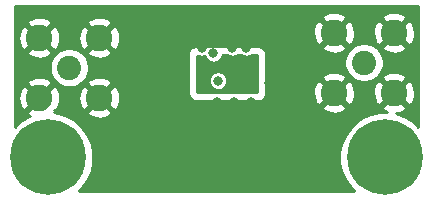
<source format=gbr>
G04 #@! TF.GenerationSoftware,KiCad,Pcbnew,5.1.4+dfsg1-1*
G04 #@! TF.CreationDate,2019-09-19T10:38:50+12:00*
G04 #@! TF.ProjectId,lna,6c6e612e-6b69-4636-9164-5f7063625858,rev?*
G04 #@! TF.SameCoordinates,Original*
G04 #@! TF.FileFunction,Copper,L3,Inr*
G04 #@! TF.FilePolarity,Positive*
%FSLAX46Y46*%
G04 Gerber Fmt 4.6, Leading zero omitted, Abs format (unit mm)*
G04 Created by KiCad (PCBNEW 5.1.4+dfsg1-1) date 2019-09-19 10:38:50*
%MOMM*%
%LPD*%
G04 APERTURE LIST*
%ADD10C,0.800000*%
%ADD11C,6.400000*%
%ADD12C,2.250000*%
%ADD13C,2.050000*%
%ADD14C,0.254000*%
G04 APERTURE END LIST*
D10*
X195697056Y-111802944D03*
X194000000Y-111100000D03*
X192302944Y-111802944D03*
X191600000Y-113500000D03*
X192302944Y-115197056D03*
X194000000Y-115900000D03*
X195697056Y-115197056D03*
X196400000Y-113500000D03*
D11*
X194000000Y-113500000D03*
D10*
X167200000Y-111800000D03*
X165502944Y-111097056D03*
X163805888Y-111800000D03*
X163102944Y-113497056D03*
X163805888Y-115194112D03*
X165502944Y-115897056D03*
X167200000Y-115194112D03*
X167902944Y-113497056D03*
D11*
X165502944Y-113497056D03*
D12*
X194790000Y-102935000D03*
X194790000Y-108015000D03*
X189710000Y-108015000D03*
X189710000Y-102935000D03*
D13*
X192250000Y-105475000D03*
D12*
X169840000Y-103360000D03*
X169840000Y-108440000D03*
X164760000Y-108440000D03*
X164760000Y-103360000D03*
D13*
X167300000Y-105900000D03*
D10*
X178700000Y-107000000D03*
X182500000Y-107400000D03*
X181200000Y-108800000D03*
X179900000Y-107000000D03*
X183900000Y-103800000D03*
X185500000Y-111200000D03*
X182900000Y-103500000D03*
X179900000Y-111600000D03*
X176800000Y-111600000D03*
X176900000Y-103500000D03*
X174300000Y-111600000D03*
X182900000Y-113700000D03*
X176900000Y-113700000D03*
X188025000Y-111200000D03*
X187900000Y-107200000D03*
X187900000Y-103800000D03*
X182900000Y-102400000D03*
X176900000Y-102400000D03*
X174300000Y-110100000D03*
X176900000Y-108800000D03*
X174300000Y-107200000D03*
X179800000Y-108800000D03*
X182700000Y-108800000D03*
X185500000Y-108600000D03*
X182700000Y-111200000D03*
X175700000Y-104500000D03*
X178500000Y-104200000D03*
X181100000Y-104200000D03*
X182300000Y-104200000D03*
X174300000Y-104700000D03*
X176900000Y-107200000D03*
X184200000Y-107200000D03*
X185500000Y-107200000D03*
X185500000Y-103500000D03*
X179499994Y-104699978D03*
X179900000Y-103500000D03*
X174300000Y-103500000D03*
X174300000Y-108600000D03*
X174300000Y-113700000D03*
X179900000Y-113700000D03*
X185500000Y-113700000D03*
X186700000Y-111200000D03*
X182900000Y-115000000D03*
X176900000Y-115000000D03*
X173100000Y-111600000D03*
X185500000Y-110100000D03*
X190275000Y-111200000D03*
X169700000Y-111600000D03*
X171700000Y-104400000D03*
X171700000Y-107200000D03*
X171100000Y-113700000D03*
X169700000Y-113700000D03*
X169700000Y-116000000D03*
X189600000Y-116000000D03*
X171100000Y-111600000D03*
X188000000Y-114025000D03*
X188000000Y-116000000D03*
X171100000Y-116000000D03*
X167400000Y-102500000D03*
X163100000Y-101100000D03*
X171400000Y-101100000D03*
X188200000Y-101100000D03*
X192300000Y-102000000D03*
X196500000Y-101100000D03*
X196500000Y-105500000D03*
X192300000Y-109700000D03*
X167400000Y-109900000D03*
X163100000Y-105900000D03*
X163100000Y-109900000D03*
X196500000Y-109700000D03*
D14*
G36*
X180730058Y-104892113D02*
G01*
X180872191Y-104950987D01*
X181023078Y-104981000D01*
X181176922Y-104981000D01*
X181327809Y-104950987D01*
X181469942Y-104892113D01*
X181567391Y-104827000D01*
X181832609Y-104827000D01*
X181930058Y-104892113D01*
X182072191Y-104950987D01*
X182223078Y-104981000D01*
X182376922Y-104981000D01*
X182527809Y-104950987D01*
X182669942Y-104892113D01*
X182767391Y-104827000D01*
X183161430Y-104827000D01*
X183184562Y-107973000D01*
X178138570Y-107973000D01*
X178130851Y-106923078D01*
X179119000Y-106923078D01*
X179119000Y-107076922D01*
X179149013Y-107227809D01*
X179207887Y-107369942D01*
X179293358Y-107497859D01*
X179402141Y-107606642D01*
X179530058Y-107692113D01*
X179672191Y-107750987D01*
X179823078Y-107781000D01*
X179976922Y-107781000D01*
X180127809Y-107750987D01*
X180269942Y-107692113D01*
X180397859Y-107606642D01*
X180506642Y-107497859D01*
X180592113Y-107369942D01*
X180650987Y-107227809D01*
X180681000Y-107076922D01*
X180681000Y-106923078D01*
X180650987Y-106772191D01*
X180592113Y-106630058D01*
X180506642Y-106502141D01*
X180397859Y-106393358D01*
X180269942Y-106307887D01*
X180127809Y-106249013D01*
X179976922Y-106219000D01*
X179823078Y-106219000D01*
X179672191Y-106249013D01*
X179530058Y-106307887D01*
X179402141Y-106393358D01*
X179293358Y-106502141D01*
X179207887Y-106630058D01*
X179149013Y-106772191D01*
X179119000Y-106923078D01*
X178130851Y-106923078D01*
X178115847Y-104882618D01*
X178130058Y-104892113D01*
X178272191Y-104950987D01*
X178423078Y-104981000D01*
X178576922Y-104981000D01*
X178727809Y-104950987D01*
X178754105Y-104940095D01*
X178807881Y-105069920D01*
X178893352Y-105197837D01*
X179002135Y-105306620D01*
X179130052Y-105392091D01*
X179272185Y-105450965D01*
X179423072Y-105480978D01*
X179576916Y-105480978D01*
X179727803Y-105450965D01*
X179869936Y-105392091D01*
X179997853Y-105306620D01*
X180106636Y-105197837D01*
X180192107Y-105069920D01*
X180250981Y-104927787D01*
X180271029Y-104827000D01*
X180632609Y-104827000D01*
X180730058Y-104892113D01*
X180730058Y-104892113D01*
G37*
X180730058Y-104892113D02*
X180872191Y-104950987D01*
X181023078Y-104981000D01*
X181176922Y-104981000D01*
X181327809Y-104950987D01*
X181469942Y-104892113D01*
X181567391Y-104827000D01*
X181832609Y-104827000D01*
X181930058Y-104892113D01*
X182072191Y-104950987D01*
X182223078Y-104981000D01*
X182376922Y-104981000D01*
X182527809Y-104950987D01*
X182669942Y-104892113D01*
X182767391Y-104827000D01*
X183161430Y-104827000D01*
X183184562Y-107973000D01*
X178138570Y-107973000D01*
X178130851Y-106923078D01*
X179119000Y-106923078D01*
X179119000Y-107076922D01*
X179149013Y-107227809D01*
X179207887Y-107369942D01*
X179293358Y-107497859D01*
X179402141Y-107606642D01*
X179530058Y-107692113D01*
X179672191Y-107750987D01*
X179823078Y-107781000D01*
X179976922Y-107781000D01*
X180127809Y-107750987D01*
X180269942Y-107692113D01*
X180397859Y-107606642D01*
X180506642Y-107497859D01*
X180592113Y-107369942D01*
X180650987Y-107227809D01*
X180681000Y-107076922D01*
X180681000Y-106923078D01*
X180650987Y-106772191D01*
X180592113Y-106630058D01*
X180506642Y-106502141D01*
X180397859Y-106393358D01*
X180269942Y-106307887D01*
X180127809Y-106249013D01*
X179976922Y-106219000D01*
X179823078Y-106219000D01*
X179672191Y-106249013D01*
X179530058Y-106307887D01*
X179402141Y-106393358D01*
X179293358Y-106502141D01*
X179207887Y-106630058D01*
X179149013Y-106772191D01*
X179119000Y-106923078D01*
X178130851Y-106923078D01*
X178115847Y-104882618D01*
X178130058Y-104892113D01*
X178272191Y-104950987D01*
X178423078Y-104981000D01*
X178576922Y-104981000D01*
X178727809Y-104950987D01*
X178754105Y-104940095D01*
X178807881Y-105069920D01*
X178893352Y-105197837D01*
X179002135Y-105306620D01*
X179130052Y-105392091D01*
X179272185Y-105450965D01*
X179423072Y-105480978D01*
X179576916Y-105480978D01*
X179727803Y-105450965D01*
X179869936Y-105392091D01*
X179997853Y-105306620D01*
X180106636Y-105197837D01*
X180192107Y-105069920D01*
X180250981Y-104927787D01*
X180271029Y-104827000D01*
X180632609Y-104827000D01*
X180730058Y-104892113D01*
G36*
X196840001Y-110916492D02*
G01*
X196444670Y-110521161D01*
X195816554Y-110101467D01*
X195118628Y-109812377D01*
X194920583Y-109772983D01*
X195191380Y-109737366D01*
X195519685Y-109625966D01*
X195724079Y-109516714D01*
X195834926Y-109239531D01*
X194790000Y-108194605D01*
X193745074Y-109239531D01*
X193855921Y-109516714D01*
X194156524Y-109665000D01*
X193622285Y-109665000D01*
X192881372Y-109812377D01*
X192183446Y-110101467D01*
X191555330Y-110521161D01*
X191021161Y-111055330D01*
X190601467Y-111683446D01*
X190312377Y-112381372D01*
X190165000Y-113122285D01*
X190165000Y-113877715D01*
X190312377Y-114618628D01*
X190601467Y-115316554D01*
X191021161Y-115944670D01*
X191416491Y-116340000D01*
X168083509Y-116340000D01*
X168481783Y-115941726D01*
X168901477Y-115313610D01*
X169190567Y-114615684D01*
X169337944Y-113874771D01*
X169337944Y-113119341D01*
X169190567Y-112378428D01*
X168901477Y-111680502D01*
X168481783Y-111052386D01*
X167947614Y-110518217D01*
X167319498Y-110098523D01*
X166621572Y-109809433D01*
X166012007Y-109688183D01*
X166035659Y-109664531D01*
X168795074Y-109664531D01*
X168905921Y-109941714D01*
X169216840Y-110095089D01*
X169551705Y-110184860D01*
X169897650Y-110207576D01*
X170241380Y-110162366D01*
X170569685Y-110050966D01*
X170774079Y-109941714D01*
X170884926Y-109664531D01*
X169840000Y-108619605D01*
X168795074Y-109664531D01*
X166035659Y-109664531D01*
X166099899Y-109600291D01*
X165984533Y-109484925D01*
X166261714Y-109374079D01*
X166415089Y-109063160D01*
X166504860Y-108728295D01*
X166520004Y-108497650D01*
X168072424Y-108497650D01*
X168117634Y-108841380D01*
X168229034Y-109169685D01*
X168338286Y-109374079D01*
X168615469Y-109484926D01*
X169660395Y-108440000D01*
X170019605Y-108440000D01*
X171064531Y-109484926D01*
X171341714Y-109374079D01*
X171408085Y-109239531D01*
X188665074Y-109239531D01*
X188775921Y-109516714D01*
X189086840Y-109670089D01*
X189421705Y-109759860D01*
X189767650Y-109782576D01*
X190111380Y-109737366D01*
X190439685Y-109625966D01*
X190644079Y-109516714D01*
X190754926Y-109239531D01*
X189710000Y-108194605D01*
X188665074Y-109239531D01*
X171408085Y-109239531D01*
X171495089Y-109063160D01*
X171584860Y-108728295D01*
X171607576Y-108382350D01*
X171562366Y-108038620D01*
X171450966Y-107710315D01*
X171341714Y-107505921D01*
X171064531Y-107395074D01*
X170019605Y-108440000D01*
X169660395Y-108440000D01*
X168615469Y-107395074D01*
X168338286Y-107505921D01*
X168184911Y-107816840D01*
X168095140Y-108151705D01*
X168072424Y-108497650D01*
X166520004Y-108497650D01*
X166527576Y-108382350D01*
X166482366Y-108038620D01*
X166370966Y-107710315D01*
X166261714Y-107505921D01*
X165984531Y-107395074D01*
X164939605Y-108440000D01*
X164953748Y-108454143D01*
X164774143Y-108633748D01*
X164760000Y-108619605D01*
X163715074Y-109664531D01*
X163825921Y-109941714D01*
X163935026Y-109995535D01*
X163686390Y-110098523D01*
X163058274Y-110518217D01*
X162660000Y-110916491D01*
X162660000Y-108497650D01*
X162992424Y-108497650D01*
X163037634Y-108841380D01*
X163149034Y-109169685D01*
X163258286Y-109374079D01*
X163535469Y-109484926D01*
X164580395Y-108440000D01*
X163535469Y-107395074D01*
X163258286Y-107505921D01*
X163104911Y-107816840D01*
X163015140Y-108151705D01*
X162992424Y-108497650D01*
X162660000Y-108497650D01*
X162660000Y-107215469D01*
X163715074Y-107215469D01*
X164760000Y-108260395D01*
X165804926Y-107215469D01*
X165694079Y-106938286D01*
X165383160Y-106784911D01*
X165048295Y-106695140D01*
X164702350Y-106672424D01*
X164358620Y-106717634D01*
X164030315Y-106829034D01*
X163825921Y-106938286D01*
X163715074Y-107215469D01*
X162660000Y-107215469D01*
X162660000Y-105736504D01*
X165640000Y-105736504D01*
X165640000Y-106063496D01*
X165703793Y-106384204D01*
X165828927Y-106686305D01*
X166010594Y-106958188D01*
X166241812Y-107189406D01*
X166513695Y-107371073D01*
X166815796Y-107496207D01*
X167136504Y-107560000D01*
X167463496Y-107560000D01*
X167784204Y-107496207D01*
X168086305Y-107371073D01*
X168319182Y-107215469D01*
X168795074Y-107215469D01*
X169840000Y-108260395D01*
X170884926Y-107215469D01*
X170774079Y-106938286D01*
X170463160Y-106784911D01*
X170128295Y-106695140D01*
X169782350Y-106672424D01*
X169438620Y-106717634D01*
X169110315Y-106829034D01*
X168905921Y-106938286D01*
X168795074Y-107215469D01*
X168319182Y-107215469D01*
X168358188Y-107189406D01*
X168589406Y-106958188D01*
X168771073Y-106686305D01*
X168896207Y-106384204D01*
X168960000Y-106063496D01*
X168960000Y-105736504D01*
X168896207Y-105415796D01*
X168771073Y-105113695D01*
X168589406Y-104841812D01*
X168358188Y-104610594D01*
X168319183Y-104584531D01*
X168795074Y-104584531D01*
X168905921Y-104861714D01*
X169216840Y-105015089D01*
X169551705Y-105104860D01*
X169897650Y-105127576D01*
X170241380Y-105082366D01*
X170569685Y-104970966D01*
X170774079Y-104861714D01*
X170836882Y-104704669D01*
X177352517Y-104704669D01*
X177377517Y-108104669D01*
X177389701Y-108223882D01*
X177425836Y-108343004D01*
X177484517Y-108452787D01*
X177563487Y-108549013D01*
X177659713Y-108627983D01*
X177769496Y-108686664D01*
X177888618Y-108722799D01*
X178012500Y-108735000D01*
X183312500Y-108735000D01*
X183440958Y-108721871D01*
X183559811Y-108684861D01*
X183669160Y-108625375D01*
X183764802Y-108545699D01*
X183843063Y-108448895D01*
X183900934Y-108338684D01*
X183936193Y-108219300D01*
X183947483Y-108095331D01*
X183947317Y-108072650D01*
X187942424Y-108072650D01*
X187987634Y-108416380D01*
X188099034Y-108744685D01*
X188208286Y-108949079D01*
X188485469Y-109059926D01*
X189530395Y-108015000D01*
X189889605Y-108015000D01*
X190934531Y-109059926D01*
X191211714Y-108949079D01*
X191365089Y-108638160D01*
X191454860Y-108303295D01*
X191470004Y-108072650D01*
X193022424Y-108072650D01*
X193067634Y-108416380D01*
X193179034Y-108744685D01*
X193288286Y-108949079D01*
X193565469Y-109059926D01*
X194610395Y-108015000D01*
X194969605Y-108015000D01*
X196014531Y-109059926D01*
X196291714Y-108949079D01*
X196445089Y-108638160D01*
X196534860Y-108303295D01*
X196557576Y-107957350D01*
X196512366Y-107613620D01*
X196400966Y-107285315D01*
X196291714Y-107080921D01*
X196014531Y-106970074D01*
X194969605Y-108015000D01*
X194610395Y-108015000D01*
X193565469Y-106970074D01*
X193288286Y-107080921D01*
X193134911Y-107391840D01*
X193045140Y-107726705D01*
X193022424Y-108072650D01*
X191470004Y-108072650D01*
X191477576Y-107957350D01*
X191432366Y-107613620D01*
X191320966Y-107285315D01*
X191211714Y-107080921D01*
X190934531Y-106970074D01*
X189889605Y-108015000D01*
X189530395Y-108015000D01*
X188485469Y-106970074D01*
X188208286Y-107080921D01*
X188054911Y-107391840D01*
X187965140Y-107726705D01*
X187942424Y-108072650D01*
X183947317Y-108072650D01*
X183937889Y-106790469D01*
X188665074Y-106790469D01*
X189710000Y-107835395D01*
X190754926Y-106790469D01*
X190644079Y-106513286D01*
X190333160Y-106359911D01*
X189998295Y-106270140D01*
X189652350Y-106247424D01*
X189308620Y-106292634D01*
X188980315Y-106404034D01*
X188775921Y-106513286D01*
X188665074Y-106790469D01*
X183937889Y-106790469D01*
X183927014Y-105311504D01*
X190590000Y-105311504D01*
X190590000Y-105638496D01*
X190653793Y-105959204D01*
X190778927Y-106261305D01*
X190960594Y-106533188D01*
X191191812Y-106764406D01*
X191463695Y-106946073D01*
X191765796Y-107071207D01*
X192086504Y-107135000D01*
X192413496Y-107135000D01*
X192734204Y-107071207D01*
X193036305Y-106946073D01*
X193269182Y-106790469D01*
X193745074Y-106790469D01*
X194790000Y-107835395D01*
X195834926Y-106790469D01*
X195724079Y-106513286D01*
X195413160Y-106359911D01*
X195078295Y-106270140D01*
X194732350Y-106247424D01*
X194388620Y-106292634D01*
X194060315Y-106404034D01*
X193855921Y-106513286D01*
X193745074Y-106790469D01*
X193269182Y-106790469D01*
X193308188Y-106764406D01*
X193539406Y-106533188D01*
X193721073Y-106261305D01*
X193846207Y-105959204D01*
X193910000Y-105638496D01*
X193910000Y-105311504D01*
X193846207Y-104990796D01*
X193721073Y-104688695D01*
X193539406Y-104416812D01*
X193308188Y-104185594D01*
X193269183Y-104159531D01*
X193745074Y-104159531D01*
X193855921Y-104436714D01*
X194166840Y-104590089D01*
X194501705Y-104679860D01*
X194847650Y-104702576D01*
X195191380Y-104657366D01*
X195519685Y-104545966D01*
X195724079Y-104436714D01*
X195834926Y-104159531D01*
X194790000Y-103114605D01*
X193745074Y-104159531D01*
X193269183Y-104159531D01*
X193036305Y-104003927D01*
X192734204Y-103878793D01*
X192413496Y-103815000D01*
X192086504Y-103815000D01*
X191765796Y-103878793D01*
X191463695Y-104003927D01*
X191191812Y-104185594D01*
X190960594Y-104416812D01*
X190778927Y-104688695D01*
X190653793Y-104990796D01*
X190590000Y-105311504D01*
X183927014Y-105311504D01*
X183922483Y-104695331D01*
X183910299Y-104576118D01*
X183874164Y-104456996D01*
X183815483Y-104347213D01*
X183736513Y-104250987D01*
X183640287Y-104172017D01*
X183616928Y-104159531D01*
X188665074Y-104159531D01*
X188775921Y-104436714D01*
X189086840Y-104590089D01*
X189421705Y-104679860D01*
X189767650Y-104702576D01*
X190111380Y-104657366D01*
X190439685Y-104545966D01*
X190644079Y-104436714D01*
X190754926Y-104159531D01*
X189710000Y-103114605D01*
X188665074Y-104159531D01*
X183616928Y-104159531D01*
X183530504Y-104113336D01*
X183411382Y-104077201D01*
X183287500Y-104065000D01*
X177987500Y-104065000D01*
X177859042Y-104078129D01*
X177740189Y-104115139D01*
X177630840Y-104174625D01*
X177535198Y-104254301D01*
X177456937Y-104351105D01*
X177399066Y-104461316D01*
X177363807Y-104580700D01*
X177352517Y-104704669D01*
X170836882Y-104704669D01*
X170884926Y-104584531D01*
X169840000Y-103539605D01*
X168795074Y-104584531D01*
X168319183Y-104584531D01*
X168086305Y-104428927D01*
X167784204Y-104303793D01*
X167463496Y-104240000D01*
X167136504Y-104240000D01*
X166815796Y-104303793D01*
X166513695Y-104428927D01*
X166241812Y-104610594D01*
X166010594Y-104841812D01*
X165828927Y-105113695D01*
X165703793Y-105415796D01*
X165640000Y-105736504D01*
X162660000Y-105736504D01*
X162660000Y-104584531D01*
X163715074Y-104584531D01*
X163825921Y-104861714D01*
X164136840Y-105015089D01*
X164471705Y-105104860D01*
X164817650Y-105127576D01*
X165161380Y-105082366D01*
X165489685Y-104970966D01*
X165694079Y-104861714D01*
X165804926Y-104584531D01*
X164760000Y-103539605D01*
X163715074Y-104584531D01*
X162660000Y-104584531D01*
X162660000Y-103417650D01*
X162992424Y-103417650D01*
X163037634Y-103761380D01*
X163149034Y-104089685D01*
X163258286Y-104294079D01*
X163535469Y-104404926D01*
X164580395Y-103360000D01*
X164939605Y-103360000D01*
X165984531Y-104404926D01*
X166261714Y-104294079D01*
X166415089Y-103983160D01*
X166504860Y-103648295D01*
X166520004Y-103417650D01*
X168072424Y-103417650D01*
X168117634Y-103761380D01*
X168229034Y-104089685D01*
X168338286Y-104294079D01*
X168615469Y-104404926D01*
X169660395Y-103360000D01*
X170019605Y-103360000D01*
X171064531Y-104404926D01*
X171341714Y-104294079D01*
X171495089Y-103983160D01*
X171584860Y-103648295D01*
X171607576Y-103302350D01*
X171566842Y-102992650D01*
X187942424Y-102992650D01*
X187987634Y-103336380D01*
X188099034Y-103664685D01*
X188208286Y-103869079D01*
X188485469Y-103979926D01*
X189530395Y-102935000D01*
X189889605Y-102935000D01*
X190934531Y-103979926D01*
X191211714Y-103869079D01*
X191365089Y-103558160D01*
X191454860Y-103223295D01*
X191470004Y-102992650D01*
X193022424Y-102992650D01*
X193067634Y-103336380D01*
X193179034Y-103664685D01*
X193288286Y-103869079D01*
X193565469Y-103979926D01*
X194610395Y-102935000D01*
X194969605Y-102935000D01*
X196014531Y-103979926D01*
X196291714Y-103869079D01*
X196445089Y-103558160D01*
X196534860Y-103223295D01*
X196557576Y-102877350D01*
X196512366Y-102533620D01*
X196400966Y-102205315D01*
X196291714Y-102000921D01*
X196014531Y-101890074D01*
X194969605Y-102935000D01*
X194610395Y-102935000D01*
X193565469Y-101890074D01*
X193288286Y-102000921D01*
X193134911Y-102311840D01*
X193045140Y-102646705D01*
X193022424Y-102992650D01*
X191470004Y-102992650D01*
X191477576Y-102877350D01*
X191432366Y-102533620D01*
X191320966Y-102205315D01*
X191211714Y-102000921D01*
X190934531Y-101890074D01*
X189889605Y-102935000D01*
X189530395Y-102935000D01*
X188485469Y-101890074D01*
X188208286Y-102000921D01*
X188054911Y-102311840D01*
X187965140Y-102646705D01*
X187942424Y-102992650D01*
X171566842Y-102992650D01*
X171562366Y-102958620D01*
X171450966Y-102630315D01*
X171341714Y-102425921D01*
X171064531Y-102315074D01*
X170019605Y-103360000D01*
X169660395Y-103360000D01*
X168615469Y-102315074D01*
X168338286Y-102425921D01*
X168184911Y-102736840D01*
X168095140Y-103071705D01*
X168072424Y-103417650D01*
X166520004Y-103417650D01*
X166527576Y-103302350D01*
X166482366Y-102958620D01*
X166370966Y-102630315D01*
X166261714Y-102425921D01*
X165984531Y-102315074D01*
X164939605Y-103360000D01*
X164580395Y-103360000D01*
X163535469Y-102315074D01*
X163258286Y-102425921D01*
X163104911Y-102736840D01*
X163015140Y-103071705D01*
X162992424Y-103417650D01*
X162660000Y-103417650D01*
X162660000Y-102135469D01*
X163715074Y-102135469D01*
X164760000Y-103180395D01*
X165804926Y-102135469D01*
X168795074Y-102135469D01*
X169840000Y-103180395D01*
X170884926Y-102135469D01*
X170774079Y-101858286D01*
X170474428Y-101710469D01*
X188665074Y-101710469D01*
X189710000Y-102755395D01*
X190754926Y-101710469D01*
X193745074Y-101710469D01*
X194790000Y-102755395D01*
X195834926Y-101710469D01*
X195724079Y-101433286D01*
X195413160Y-101279911D01*
X195078295Y-101190140D01*
X194732350Y-101167424D01*
X194388620Y-101212634D01*
X194060315Y-101324034D01*
X193855921Y-101433286D01*
X193745074Y-101710469D01*
X190754926Y-101710469D01*
X190644079Y-101433286D01*
X190333160Y-101279911D01*
X189998295Y-101190140D01*
X189652350Y-101167424D01*
X189308620Y-101212634D01*
X188980315Y-101324034D01*
X188775921Y-101433286D01*
X188665074Y-101710469D01*
X170474428Y-101710469D01*
X170463160Y-101704911D01*
X170128295Y-101615140D01*
X169782350Y-101592424D01*
X169438620Y-101637634D01*
X169110315Y-101749034D01*
X168905921Y-101858286D01*
X168795074Y-102135469D01*
X165804926Y-102135469D01*
X165694079Y-101858286D01*
X165383160Y-101704911D01*
X165048295Y-101615140D01*
X164702350Y-101592424D01*
X164358620Y-101637634D01*
X164030315Y-101749034D01*
X163825921Y-101858286D01*
X163715074Y-102135469D01*
X162660000Y-102135469D01*
X162660000Y-100660000D01*
X196840000Y-100660000D01*
X196840001Y-110916492D01*
X196840001Y-110916492D01*
G37*
X196840001Y-110916492D02*
X196444670Y-110521161D01*
X195816554Y-110101467D01*
X195118628Y-109812377D01*
X194920583Y-109772983D01*
X195191380Y-109737366D01*
X195519685Y-109625966D01*
X195724079Y-109516714D01*
X195834926Y-109239531D01*
X194790000Y-108194605D01*
X193745074Y-109239531D01*
X193855921Y-109516714D01*
X194156524Y-109665000D01*
X193622285Y-109665000D01*
X192881372Y-109812377D01*
X192183446Y-110101467D01*
X191555330Y-110521161D01*
X191021161Y-111055330D01*
X190601467Y-111683446D01*
X190312377Y-112381372D01*
X190165000Y-113122285D01*
X190165000Y-113877715D01*
X190312377Y-114618628D01*
X190601467Y-115316554D01*
X191021161Y-115944670D01*
X191416491Y-116340000D01*
X168083509Y-116340000D01*
X168481783Y-115941726D01*
X168901477Y-115313610D01*
X169190567Y-114615684D01*
X169337944Y-113874771D01*
X169337944Y-113119341D01*
X169190567Y-112378428D01*
X168901477Y-111680502D01*
X168481783Y-111052386D01*
X167947614Y-110518217D01*
X167319498Y-110098523D01*
X166621572Y-109809433D01*
X166012007Y-109688183D01*
X166035659Y-109664531D01*
X168795074Y-109664531D01*
X168905921Y-109941714D01*
X169216840Y-110095089D01*
X169551705Y-110184860D01*
X169897650Y-110207576D01*
X170241380Y-110162366D01*
X170569685Y-110050966D01*
X170774079Y-109941714D01*
X170884926Y-109664531D01*
X169840000Y-108619605D01*
X168795074Y-109664531D01*
X166035659Y-109664531D01*
X166099899Y-109600291D01*
X165984533Y-109484925D01*
X166261714Y-109374079D01*
X166415089Y-109063160D01*
X166504860Y-108728295D01*
X166520004Y-108497650D01*
X168072424Y-108497650D01*
X168117634Y-108841380D01*
X168229034Y-109169685D01*
X168338286Y-109374079D01*
X168615469Y-109484926D01*
X169660395Y-108440000D01*
X170019605Y-108440000D01*
X171064531Y-109484926D01*
X171341714Y-109374079D01*
X171408085Y-109239531D01*
X188665074Y-109239531D01*
X188775921Y-109516714D01*
X189086840Y-109670089D01*
X189421705Y-109759860D01*
X189767650Y-109782576D01*
X190111380Y-109737366D01*
X190439685Y-109625966D01*
X190644079Y-109516714D01*
X190754926Y-109239531D01*
X189710000Y-108194605D01*
X188665074Y-109239531D01*
X171408085Y-109239531D01*
X171495089Y-109063160D01*
X171584860Y-108728295D01*
X171607576Y-108382350D01*
X171562366Y-108038620D01*
X171450966Y-107710315D01*
X171341714Y-107505921D01*
X171064531Y-107395074D01*
X170019605Y-108440000D01*
X169660395Y-108440000D01*
X168615469Y-107395074D01*
X168338286Y-107505921D01*
X168184911Y-107816840D01*
X168095140Y-108151705D01*
X168072424Y-108497650D01*
X166520004Y-108497650D01*
X166527576Y-108382350D01*
X166482366Y-108038620D01*
X166370966Y-107710315D01*
X166261714Y-107505921D01*
X165984531Y-107395074D01*
X164939605Y-108440000D01*
X164953748Y-108454143D01*
X164774143Y-108633748D01*
X164760000Y-108619605D01*
X163715074Y-109664531D01*
X163825921Y-109941714D01*
X163935026Y-109995535D01*
X163686390Y-110098523D01*
X163058274Y-110518217D01*
X162660000Y-110916491D01*
X162660000Y-108497650D01*
X162992424Y-108497650D01*
X163037634Y-108841380D01*
X163149034Y-109169685D01*
X163258286Y-109374079D01*
X163535469Y-109484926D01*
X164580395Y-108440000D01*
X163535469Y-107395074D01*
X163258286Y-107505921D01*
X163104911Y-107816840D01*
X163015140Y-108151705D01*
X162992424Y-108497650D01*
X162660000Y-108497650D01*
X162660000Y-107215469D01*
X163715074Y-107215469D01*
X164760000Y-108260395D01*
X165804926Y-107215469D01*
X165694079Y-106938286D01*
X165383160Y-106784911D01*
X165048295Y-106695140D01*
X164702350Y-106672424D01*
X164358620Y-106717634D01*
X164030315Y-106829034D01*
X163825921Y-106938286D01*
X163715074Y-107215469D01*
X162660000Y-107215469D01*
X162660000Y-105736504D01*
X165640000Y-105736504D01*
X165640000Y-106063496D01*
X165703793Y-106384204D01*
X165828927Y-106686305D01*
X166010594Y-106958188D01*
X166241812Y-107189406D01*
X166513695Y-107371073D01*
X166815796Y-107496207D01*
X167136504Y-107560000D01*
X167463496Y-107560000D01*
X167784204Y-107496207D01*
X168086305Y-107371073D01*
X168319182Y-107215469D01*
X168795074Y-107215469D01*
X169840000Y-108260395D01*
X170884926Y-107215469D01*
X170774079Y-106938286D01*
X170463160Y-106784911D01*
X170128295Y-106695140D01*
X169782350Y-106672424D01*
X169438620Y-106717634D01*
X169110315Y-106829034D01*
X168905921Y-106938286D01*
X168795074Y-107215469D01*
X168319182Y-107215469D01*
X168358188Y-107189406D01*
X168589406Y-106958188D01*
X168771073Y-106686305D01*
X168896207Y-106384204D01*
X168960000Y-106063496D01*
X168960000Y-105736504D01*
X168896207Y-105415796D01*
X168771073Y-105113695D01*
X168589406Y-104841812D01*
X168358188Y-104610594D01*
X168319183Y-104584531D01*
X168795074Y-104584531D01*
X168905921Y-104861714D01*
X169216840Y-105015089D01*
X169551705Y-105104860D01*
X169897650Y-105127576D01*
X170241380Y-105082366D01*
X170569685Y-104970966D01*
X170774079Y-104861714D01*
X170836882Y-104704669D01*
X177352517Y-104704669D01*
X177377517Y-108104669D01*
X177389701Y-108223882D01*
X177425836Y-108343004D01*
X177484517Y-108452787D01*
X177563487Y-108549013D01*
X177659713Y-108627983D01*
X177769496Y-108686664D01*
X177888618Y-108722799D01*
X178012500Y-108735000D01*
X183312500Y-108735000D01*
X183440958Y-108721871D01*
X183559811Y-108684861D01*
X183669160Y-108625375D01*
X183764802Y-108545699D01*
X183843063Y-108448895D01*
X183900934Y-108338684D01*
X183936193Y-108219300D01*
X183947483Y-108095331D01*
X183947317Y-108072650D01*
X187942424Y-108072650D01*
X187987634Y-108416380D01*
X188099034Y-108744685D01*
X188208286Y-108949079D01*
X188485469Y-109059926D01*
X189530395Y-108015000D01*
X189889605Y-108015000D01*
X190934531Y-109059926D01*
X191211714Y-108949079D01*
X191365089Y-108638160D01*
X191454860Y-108303295D01*
X191470004Y-108072650D01*
X193022424Y-108072650D01*
X193067634Y-108416380D01*
X193179034Y-108744685D01*
X193288286Y-108949079D01*
X193565469Y-109059926D01*
X194610395Y-108015000D01*
X194969605Y-108015000D01*
X196014531Y-109059926D01*
X196291714Y-108949079D01*
X196445089Y-108638160D01*
X196534860Y-108303295D01*
X196557576Y-107957350D01*
X196512366Y-107613620D01*
X196400966Y-107285315D01*
X196291714Y-107080921D01*
X196014531Y-106970074D01*
X194969605Y-108015000D01*
X194610395Y-108015000D01*
X193565469Y-106970074D01*
X193288286Y-107080921D01*
X193134911Y-107391840D01*
X193045140Y-107726705D01*
X193022424Y-108072650D01*
X191470004Y-108072650D01*
X191477576Y-107957350D01*
X191432366Y-107613620D01*
X191320966Y-107285315D01*
X191211714Y-107080921D01*
X190934531Y-106970074D01*
X189889605Y-108015000D01*
X189530395Y-108015000D01*
X188485469Y-106970074D01*
X188208286Y-107080921D01*
X188054911Y-107391840D01*
X187965140Y-107726705D01*
X187942424Y-108072650D01*
X183947317Y-108072650D01*
X183937889Y-106790469D01*
X188665074Y-106790469D01*
X189710000Y-107835395D01*
X190754926Y-106790469D01*
X190644079Y-106513286D01*
X190333160Y-106359911D01*
X189998295Y-106270140D01*
X189652350Y-106247424D01*
X189308620Y-106292634D01*
X188980315Y-106404034D01*
X188775921Y-106513286D01*
X188665074Y-106790469D01*
X183937889Y-106790469D01*
X183927014Y-105311504D01*
X190590000Y-105311504D01*
X190590000Y-105638496D01*
X190653793Y-105959204D01*
X190778927Y-106261305D01*
X190960594Y-106533188D01*
X191191812Y-106764406D01*
X191463695Y-106946073D01*
X191765796Y-107071207D01*
X192086504Y-107135000D01*
X192413496Y-107135000D01*
X192734204Y-107071207D01*
X193036305Y-106946073D01*
X193269182Y-106790469D01*
X193745074Y-106790469D01*
X194790000Y-107835395D01*
X195834926Y-106790469D01*
X195724079Y-106513286D01*
X195413160Y-106359911D01*
X195078295Y-106270140D01*
X194732350Y-106247424D01*
X194388620Y-106292634D01*
X194060315Y-106404034D01*
X193855921Y-106513286D01*
X193745074Y-106790469D01*
X193269182Y-106790469D01*
X193308188Y-106764406D01*
X193539406Y-106533188D01*
X193721073Y-106261305D01*
X193846207Y-105959204D01*
X193910000Y-105638496D01*
X193910000Y-105311504D01*
X193846207Y-104990796D01*
X193721073Y-104688695D01*
X193539406Y-104416812D01*
X193308188Y-104185594D01*
X193269183Y-104159531D01*
X193745074Y-104159531D01*
X193855921Y-104436714D01*
X194166840Y-104590089D01*
X194501705Y-104679860D01*
X194847650Y-104702576D01*
X195191380Y-104657366D01*
X195519685Y-104545966D01*
X195724079Y-104436714D01*
X195834926Y-104159531D01*
X194790000Y-103114605D01*
X193745074Y-104159531D01*
X193269183Y-104159531D01*
X193036305Y-104003927D01*
X192734204Y-103878793D01*
X192413496Y-103815000D01*
X192086504Y-103815000D01*
X191765796Y-103878793D01*
X191463695Y-104003927D01*
X191191812Y-104185594D01*
X190960594Y-104416812D01*
X190778927Y-104688695D01*
X190653793Y-104990796D01*
X190590000Y-105311504D01*
X183927014Y-105311504D01*
X183922483Y-104695331D01*
X183910299Y-104576118D01*
X183874164Y-104456996D01*
X183815483Y-104347213D01*
X183736513Y-104250987D01*
X183640287Y-104172017D01*
X183616928Y-104159531D01*
X188665074Y-104159531D01*
X188775921Y-104436714D01*
X189086840Y-104590089D01*
X189421705Y-104679860D01*
X189767650Y-104702576D01*
X190111380Y-104657366D01*
X190439685Y-104545966D01*
X190644079Y-104436714D01*
X190754926Y-104159531D01*
X189710000Y-103114605D01*
X188665074Y-104159531D01*
X183616928Y-104159531D01*
X183530504Y-104113336D01*
X183411382Y-104077201D01*
X183287500Y-104065000D01*
X177987500Y-104065000D01*
X177859042Y-104078129D01*
X177740189Y-104115139D01*
X177630840Y-104174625D01*
X177535198Y-104254301D01*
X177456937Y-104351105D01*
X177399066Y-104461316D01*
X177363807Y-104580700D01*
X177352517Y-104704669D01*
X170836882Y-104704669D01*
X170884926Y-104584531D01*
X169840000Y-103539605D01*
X168795074Y-104584531D01*
X168319183Y-104584531D01*
X168086305Y-104428927D01*
X167784204Y-104303793D01*
X167463496Y-104240000D01*
X167136504Y-104240000D01*
X166815796Y-104303793D01*
X166513695Y-104428927D01*
X166241812Y-104610594D01*
X166010594Y-104841812D01*
X165828927Y-105113695D01*
X165703793Y-105415796D01*
X165640000Y-105736504D01*
X162660000Y-105736504D01*
X162660000Y-104584531D01*
X163715074Y-104584531D01*
X163825921Y-104861714D01*
X164136840Y-105015089D01*
X164471705Y-105104860D01*
X164817650Y-105127576D01*
X165161380Y-105082366D01*
X165489685Y-104970966D01*
X165694079Y-104861714D01*
X165804926Y-104584531D01*
X164760000Y-103539605D01*
X163715074Y-104584531D01*
X162660000Y-104584531D01*
X162660000Y-103417650D01*
X162992424Y-103417650D01*
X163037634Y-103761380D01*
X163149034Y-104089685D01*
X163258286Y-104294079D01*
X163535469Y-104404926D01*
X164580395Y-103360000D01*
X164939605Y-103360000D01*
X165984531Y-104404926D01*
X166261714Y-104294079D01*
X166415089Y-103983160D01*
X166504860Y-103648295D01*
X166520004Y-103417650D01*
X168072424Y-103417650D01*
X168117634Y-103761380D01*
X168229034Y-104089685D01*
X168338286Y-104294079D01*
X168615469Y-104404926D01*
X169660395Y-103360000D01*
X170019605Y-103360000D01*
X171064531Y-104404926D01*
X171341714Y-104294079D01*
X171495089Y-103983160D01*
X171584860Y-103648295D01*
X171607576Y-103302350D01*
X171566842Y-102992650D01*
X187942424Y-102992650D01*
X187987634Y-103336380D01*
X188099034Y-103664685D01*
X188208286Y-103869079D01*
X188485469Y-103979926D01*
X189530395Y-102935000D01*
X189889605Y-102935000D01*
X190934531Y-103979926D01*
X191211714Y-103869079D01*
X191365089Y-103558160D01*
X191454860Y-103223295D01*
X191470004Y-102992650D01*
X193022424Y-102992650D01*
X193067634Y-103336380D01*
X193179034Y-103664685D01*
X193288286Y-103869079D01*
X193565469Y-103979926D01*
X194610395Y-102935000D01*
X194969605Y-102935000D01*
X196014531Y-103979926D01*
X196291714Y-103869079D01*
X196445089Y-103558160D01*
X196534860Y-103223295D01*
X196557576Y-102877350D01*
X196512366Y-102533620D01*
X196400966Y-102205315D01*
X196291714Y-102000921D01*
X196014531Y-101890074D01*
X194969605Y-102935000D01*
X194610395Y-102935000D01*
X193565469Y-101890074D01*
X193288286Y-102000921D01*
X193134911Y-102311840D01*
X193045140Y-102646705D01*
X193022424Y-102992650D01*
X191470004Y-102992650D01*
X191477576Y-102877350D01*
X191432366Y-102533620D01*
X191320966Y-102205315D01*
X191211714Y-102000921D01*
X190934531Y-101890074D01*
X189889605Y-102935000D01*
X189530395Y-102935000D01*
X188485469Y-101890074D01*
X188208286Y-102000921D01*
X188054911Y-102311840D01*
X187965140Y-102646705D01*
X187942424Y-102992650D01*
X171566842Y-102992650D01*
X171562366Y-102958620D01*
X171450966Y-102630315D01*
X171341714Y-102425921D01*
X171064531Y-102315074D01*
X170019605Y-103360000D01*
X169660395Y-103360000D01*
X168615469Y-102315074D01*
X168338286Y-102425921D01*
X168184911Y-102736840D01*
X168095140Y-103071705D01*
X168072424Y-103417650D01*
X166520004Y-103417650D01*
X166527576Y-103302350D01*
X166482366Y-102958620D01*
X166370966Y-102630315D01*
X166261714Y-102425921D01*
X165984531Y-102315074D01*
X164939605Y-103360000D01*
X164580395Y-103360000D01*
X163535469Y-102315074D01*
X163258286Y-102425921D01*
X163104911Y-102736840D01*
X163015140Y-103071705D01*
X162992424Y-103417650D01*
X162660000Y-103417650D01*
X162660000Y-102135469D01*
X163715074Y-102135469D01*
X164760000Y-103180395D01*
X165804926Y-102135469D01*
X168795074Y-102135469D01*
X169840000Y-103180395D01*
X170884926Y-102135469D01*
X170774079Y-101858286D01*
X170474428Y-101710469D01*
X188665074Y-101710469D01*
X189710000Y-102755395D01*
X190754926Y-101710469D01*
X193745074Y-101710469D01*
X194790000Y-102755395D01*
X195834926Y-101710469D01*
X195724079Y-101433286D01*
X195413160Y-101279911D01*
X195078295Y-101190140D01*
X194732350Y-101167424D01*
X194388620Y-101212634D01*
X194060315Y-101324034D01*
X193855921Y-101433286D01*
X193745074Y-101710469D01*
X190754926Y-101710469D01*
X190644079Y-101433286D01*
X190333160Y-101279911D01*
X189998295Y-101190140D01*
X189652350Y-101167424D01*
X189308620Y-101212634D01*
X188980315Y-101324034D01*
X188775921Y-101433286D01*
X188665074Y-101710469D01*
X170474428Y-101710469D01*
X170463160Y-101704911D01*
X170128295Y-101615140D01*
X169782350Y-101592424D01*
X169438620Y-101637634D01*
X169110315Y-101749034D01*
X168905921Y-101858286D01*
X168795074Y-102135469D01*
X165804926Y-102135469D01*
X165694079Y-101858286D01*
X165383160Y-101704911D01*
X165048295Y-101615140D01*
X164702350Y-101592424D01*
X164358620Y-101637634D01*
X164030315Y-101749034D01*
X163825921Y-101858286D01*
X163715074Y-102135469D01*
X162660000Y-102135469D01*
X162660000Y-100660000D01*
X196840000Y-100660000D01*
X196840001Y-110916492D01*
M02*

</source>
